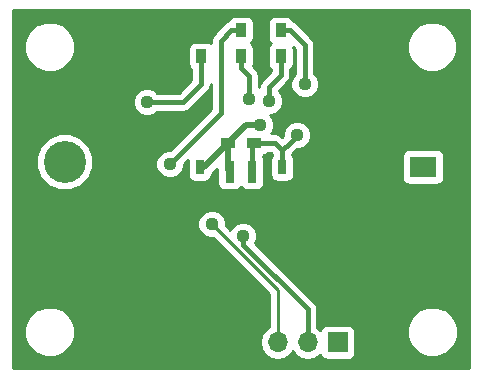
<source format=gbl>
G04 #@! TF.FileFunction,Copper,L2,Bot,Signal*
%FSLAX46Y46*%
G04 Gerber Fmt 4.6, Leading zero omitted, Abs format (unit mm)*
G04 Created by KiCad (PCBNEW 4.0.7) date 02/24/18 20:28:21*
%MOMM*%
%LPD*%
G01*
G04 APERTURE LIST*
%ADD10C,0.100000*%
%ADD11R,0.750000X1.200000*%
%ADD12R,0.900000X1.200000*%
%ADD13R,1.700000X1.700000*%
%ADD14O,1.700000X1.700000*%
%ADD15R,2.286000X1.778000*%
%ADD16C,3.556000*%
%ADD17R,1.200000X0.900000*%
%ADD18R,0.800000X1.900000*%
%ADD19C,1.117600*%
%ADD20C,0.508000*%
%ADD21C,0.254000*%
%ADD22C,0.381000*%
G04 APERTURE END LIST*
D10*
D11*
X156210000Y-121945400D03*
X156210000Y-123845400D03*
X163195000Y-121945400D03*
X163195000Y-123845400D03*
D12*
X156337000Y-110363000D03*
X156337000Y-112563000D03*
X159700000Y-110363000D03*
X159700000Y-112563000D03*
X163068000Y-110363000D03*
X163068000Y-112563000D03*
D13*
X167894000Y-136779000D03*
D14*
X165354000Y-136779000D03*
X162814000Y-136779000D03*
D15*
X175133000Y-124460000D03*
X175133000Y-121920000D03*
D16*
X144780000Y-126619000D03*
X144780000Y-121488200D03*
D17*
X158632800Y-119888000D03*
X160832800Y-119888000D03*
D18*
X158750000Y-122325000D03*
X160650000Y-122325000D03*
X159700000Y-125325000D03*
D19*
X161290000Y-118364000D03*
X153924000Y-124587000D03*
X157226000Y-126746000D03*
X159893000Y-127762000D03*
X164465000Y-119253000D03*
X151765000Y-116459000D03*
X153670000Y-121666000D03*
X160401000Y-116205000D03*
X165100000Y-114935000D03*
X162052000Y-116332000D03*
D20*
X156210000Y-121945400D02*
X156575400Y-121945400D01*
X156575400Y-121945400D02*
X158632800Y-119888000D01*
X158632800Y-119888000D02*
X158632800Y-122207800D01*
X158632800Y-122207800D02*
X158750000Y-122325000D01*
X161290000Y-118364000D02*
X160156800Y-118364000D01*
X160156800Y-118364000D02*
X158632800Y-119888000D01*
D21*
X157226000Y-126746000D02*
X162814000Y-132334000D01*
X162814000Y-132334000D02*
X162814000Y-136779000D01*
D22*
X159893000Y-128524000D02*
X165354000Y-133985000D01*
X165354000Y-133985000D02*
X165354000Y-136779000D01*
X159893000Y-127762000D02*
X159893000Y-128524000D01*
X163830000Y-119888000D02*
X164465000Y-119253000D01*
X163195000Y-120523000D02*
X163830000Y-119888000D01*
X163195000Y-121945400D02*
X163195000Y-120523000D01*
X163195000Y-120523000D02*
X162560000Y-119888000D01*
X162560000Y-119888000D02*
X160832800Y-119888000D01*
X160650000Y-122325000D02*
X160650000Y-120070800D01*
X160650000Y-120070800D02*
X160832800Y-119888000D01*
X156337000Y-112563000D02*
X156337000Y-114935000D01*
X156337000Y-114935000D02*
X154813000Y-116459000D01*
X151765000Y-116459000D02*
X154813000Y-116459000D01*
X159700000Y-110363000D02*
X158869000Y-110363000D01*
X158869000Y-110363000D02*
X157988000Y-111244000D01*
X157988000Y-111244000D02*
X157988000Y-117348000D01*
X153670000Y-121666000D02*
X157988000Y-117348000D01*
X160401000Y-114245000D02*
X160401000Y-116205000D01*
X159700000Y-112563000D02*
X159700000Y-113544000D01*
X159700000Y-113544000D02*
X160401000Y-114245000D01*
X163068000Y-110363000D02*
X163899000Y-110363000D01*
X163899000Y-110363000D02*
X165100000Y-111564000D01*
X165100000Y-111564000D02*
X165100000Y-114144738D01*
X165100000Y-114144738D02*
X165100000Y-114935000D01*
X162052000Y-115189000D02*
X163068000Y-114173000D01*
X163068000Y-114173000D02*
X163068000Y-112563000D01*
X162052000Y-116332000D02*
X162052000Y-115189000D01*
D21*
G36*
X178990000Y-138990000D02*
X140410000Y-138990000D01*
X140410000Y-136312815D01*
X141374630Y-136312815D01*
X141698980Y-137097800D01*
X142299041Y-137698909D01*
X143083459Y-138024628D01*
X143932815Y-138025370D01*
X144717800Y-137701020D01*
X145318909Y-137100959D01*
X145644628Y-136316541D01*
X145645370Y-135467185D01*
X145321020Y-134682200D01*
X144720959Y-134081091D01*
X143936541Y-133755372D01*
X143087185Y-133754630D01*
X142302200Y-134078980D01*
X141701091Y-134679041D01*
X141375372Y-135463459D01*
X141374630Y-136312815D01*
X140410000Y-136312815D01*
X140410000Y-126982420D01*
X156031993Y-126982420D01*
X156213355Y-127421350D01*
X156548884Y-127757464D01*
X156987497Y-127939592D01*
X157342272Y-127939902D01*
X162052000Y-132649631D01*
X162052000Y-135507382D01*
X161763946Y-135699853D01*
X161442039Y-136181622D01*
X161329000Y-136749907D01*
X161329000Y-136808093D01*
X161442039Y-137376378D01*
X161763946Y-137858147D01*
X162245715Y-138180054D01*
X162814000Y-138293093D01*
X163382285Y-138180054D01*
X163864054Y-137858147D01*
X164084000Y-137528974D01*
X164303946Y-137858147D01*
X164785715Y-138180054D01*
X165354000Y-138293093D01*
X165922285Y-138180054D01*
X166404054Y-137858147D01*
X166431850Y-137816548D01*
X166440838Y-137864317D01*
X166579910Y-138080441D01*
X166792110Y-138225431D01*
X167044000Y-138276440D01*
X168744000Y-138276440D01*
X168979317Y-138232162D01*
X169195441Y-138093090D01*
X169340431Y-137880890D01*
X169391440Y-137629000D01*
X169391440Y-136312815D01*
X173785030Y-136312815D01*
X174109380Y-137097800D01*
X174709441Y-137698909D01*
X175493859Y-138024628D01*
X176343215Y-138025370D01*
X177128200Y-137701020D01*
X177729309Y-137100959D01*
X178055028Y-136316541D01*
X178055770Y-135467185D01*
X177731420Y-134682200D01*
X177131359Y-134081091D01*
X176346941Y-133755372D01*
X175497585Y-133754630D01*
X174712600Y-134078980D01*
X174111491Y-134679041D01*
X173785772Y-135463459D01*
X173785030Y-136312815D01*
X169391440Y-136312815D01*
X169391440Y-135929000D01*
X169347162Y-135693683D01*
X169208090Y-135477559D01*
X168995890Y-135332569D01*
X168744000Y-135281560D01*
X167044000Y-135281560D01*
X166808683Y-135325838D01*
X166592559Y-135464910D01*
X166447569Y-135677110D01*
X166433914Y-135744541D01*
X166404054Y-135699853D01*
X166179500Y-135549811D01*
X166179500Y-133985000D01*
X166116663Y-133669094D01*
X166044987Y-133561824D01*
X165937717Y-133401283D01*
X165937714Y-133401281D01*
X160925321Y-128388887D01*
X161086592Y-128000503D01*
X161087007Y-127525580D01*
X160905645Y-127086650D01*
X160570116Y-126750536D01*
X160131503Y-126568408D01*
X159656580Y-126567993D01*
X159217650Y-126749355D01*
X158881536Y-127084884D01*
X158811406Y-127253776D01*
X158419699Y-126862069D01*
X158420007Y-126509580D01*
X158238645Y-126070650D01*
X157903116Y-125734536D01*
X157464503Y-125552408D01*
X156989580Y-125551993D01*
X156550650Y-125733355D01*
X156214536Y-126068884D01*
X156032408Y-126507497D01*
X156031993Y-126982420D01*
X140410000Y-126982420D01*
X140410000Y-121966070D01*
X142366583Y-121966070D01*
X142733166Y-122853269D01*
X143411361Y-123532649D01*
X144297919Y-123900780D01*
X145257870Y-123901617D01*
X146145069Y-123535034D01*
X146824449Y-122856839D01*
X147192580Y-121970281D01*
X147193417Y-121010330D01*
X146826834Y-120123131D01*
X146148639Y-119443751D01*
X145262081Y-119075620D01*
X144302130Y-119074783D01*
X143414931Y-119441366D01*
X142735551Y-120119561D01*
X142367420Y-121006119D01*
X142366583Y-121966070D01*
X140410000Y-121966070D01*
X140410000Y-116695420D01*
X150570993Y-116695420D01*
X150752355Y-117134350D01*
X151087884Y-117470464D01*
X151526497Y-117652592D01*
X152001420Y-117653007D01*
X152440350Y-117471645D01*
X152627821Y-117284500D01*
X154813000Y-117284500D01*
X155128906Y-117221663D01*
X155396717Y-117042717D01*
X156920714Y-115518719D01*
X156920717Y-115518717D01*
X157099663Y-115250905D01*
X157162500Y-114935000D01*
X157162500Y-117006066D01*
X153696343Y-120472223D01*
X153433580Y-120471993D01*
X152994650Y-120653355D01*
X152658536Y-120988884D01*
X152476408Y-121427497D01*
X152475993Y-121902420D01*
X152657355Y-122341350D01*
X152992884Y-122677464D01*
X153431497Y-122859592D01*
X153906420Y-122860007D01*
X154345350Y-122678645D01*
X154681464Y-122343116D01*
X154863592Y-121904503D01*
X154863823Y-121639611D01*
X155195057Y-121308377D01*
X155187560Y-121345400D01*
X155187560Y-122545400D01*
X155231838Y-122780717D01*
X155370910Y-122996841D01*
X155583110Y-123141831D01*
X155835000Y-123192840D01*
X156585000Y-123192840D01*
X156820317Y-123148562D01*
X157036441Y-123009490D01*
X157181431Y-122797290D01*
X157232390Y-122545646D01*
X157702560Y-122075476D01*
X157702560Y-123275000D01*
X157746838Y-123510317D01*
X157885910Y-123726441D01*
X158098110Y-123871431D01*
X158350000Y-123922440D01*
X159150000Y-123922440D01*
X159385317Y-123878162D01*
X159601441Y-123739090D01*
X159700633Y-123593917D01*
X159785910Y-123726441D01*
X159998110Y-123871431D01*
X160250000Y-123922440D01*
X161050000Y-123922440D01*
X161285317Y-123878162D01*
X161501441Y-123739090D01*
X161646431Y-123526890D01*
X161697440Y-123275000D01*
X161697440Y-121375000D01*
X161653162Y-121139683D01*
X161540829Y-120965113D01*
X161668117Y-120941162D01*
X161884241Y-120802090D01*
X161944772Y-120713500D01*
X162218066Y-120713500D01*
X162369500Y-120864933D01*
X162369500Y-120880704D01*
X162368559Y-120881310D01*
X162223569Y-121093510D01*
X162172560Y-121345400D01*
X162172560Y-122545400D01*
X162216838Y-122780717D01*
X162355910Y-122996841D01*
X162568110Y-123141831D01*
X162820000Y-123192840D01*
X163570000Y-123192840D01*
X163805317Y-123148562D01*
X164021441Y-123009490D01*
X164166431Y-122797290D01*
X164217440Y-122545400D01*
X164217440Y-121345400D01*
X164173162Y-121110083D01*
X164122274Y-121031000D01*
X173342560Y-121031000D01*
X173342560Y-122809000D01*
X173386838Y-123044317D01*
X173525910Y-123260441D01*
X173738110Y-123405431D01*
X173990000Y-123456440D01*
X176276000Y-123456440D01*
X176511317Y-123412162D01*
X176727441Y-123273090D01*
X176872431Y-123060890D01*
X176923440Y-122809000D01*
X176923440Y-121031000D01*
X176879162Y-120795683D01*
X176740090Y-120579559D01*
X176527890Y-120434569D01*
X176276000Y-120383560D01*
X173990000Y-120383560D01*
X173754683Y-120427838D01*
X173538559Y-120566910D01*
X173393569Y-120779110D01*
X173342560Y-121031000D01*
X164122274Y-121031000D01*
X164034090Y-120893959D01*
X164020500Y-120884673D01*
X164020500Y-120864934D01*
X164413714Y-120471719D01*
X164413717Y-120471717D01*
X164438657Y-120446777D01*
X164701420Y-120447007D01*
X165140350Y-120265645D01*
X165476464Y-119930116D01*
X165658592Y-119491503D01*
X165659007Y-119016580D01*
X165477645Y-118577650D01*
X165142116Y-118241536D01*
X164703503Y-118059408D01*
X164228580Y-118058993D01*
X163789650Y-118240355D01*
X163453536Y-118575884D01*
X163271408Y-119014497D01*
X163271177Y-119279390D01*
X163246283Y-119304283D01*
X163246281Y-119304286D01*
X163195000Y-119355566D01*
X163143717Y-119304283D01*
X162875906Y-119125337D01*
X162560000Y-119062500D01*
X162280043Y-119062500D01*
X162301464Y-119041116D01*
X162483592Y-118602503D01*
X162484007Y-118127580D01*
X162302645Y-117688650D01*
X162140156Y-117525877D01*
X162288420Y-117526007D01*
X162727350Y-117344645D01*
X163063464Y-117009116D01*
X163245592Y-116570503D01*
X163246007Y-116095580D01*
X163064645Y-115656650D01*
X162908351Y-115500083D01*
X163651717Y-114756717D01*
X163830663Y-114488906D01*
X163893501Y-114173000D01*
X163893500Y-114172995D01*
X163893500Y-113675957D01*
X163969441Y-113627090D01*
X164114431Y-113414890D01*
X164165440Y-113163000D01*
X164165440Y-111963000D01*
X164126936Y-111758369D01*
X164274500Y-111905933D01*
X164274500Y-114072244D01*
X164088536Y-114257884D01*
X163906408Y-114696497D01*
X163905993Y-115171420D01*
X164087355Y-115610350D01*
X164422884Y-115946464D01*
X164861497Y-116128592D01*
X165336420Y-116129007D01*
X165775350Y-115947645D01*
X166111464Y-115612116D01*
X166293592Y-115173503D01*
X166294007Y-114698580D01*
X166112645Y-114259650D01*
X165925500Y-114072179D01*
X165925500Y-112182815D01*
X173759630Y-112182815D01*
X174083980Y-112967800D01*
X174684041Y-113568909D01*
X175468459Y-113894628D01*
X176317815Y-113895370D01*
X177102800Y-113571020D01*
X177703909Y-112970959D01*
X178029628Y-112186541D01*
X178030370Y-111337185D01*
X177706020Y-110552200D01*
X177105959Y-109951091D01*
X176321541Y-109625372D01*
X175472185Y-109624630D01*
X174687200Y-109948980D01*
X174086091Y-110549041D01*
X173760372Y-111333459D01*
X173759630Y-112182815D01*
X165925500Y-112182815D01*
X165925500Y-111564000D01*
X165862663Y-111248095D01*
X165683717Y-110980283D01*
X165683714Y-110980281D01*
X164482717Y-109779283D01*
X164214906Y-109600337D01*
X164131719Y-109583790D01*
X164121162Y-109527683D01*
X163982090Y-109311559D01*
X163769890Y-109166569D01*
X163518000Y-109115560D01*
X162618000Y-109115560D01*
X162382683Y-109159838D01*
X162166559Y-109298910D01*
X162021569Y-109511110D01*
X161970560Y-109763000D01*
X161970560Y-110963000D01*
X162014838Y-111198317D01*
X162153910Y-111414441D01*
X162223711Y-111462134D01*
X162166559Y-111498910D01*
X162021569Y-111711110D01*
X161970560Y-111963000D01*
X161970560Y-113163000D01*
X162014838Y-113398317D01*
X162153910Y-113614441D01*
X162242500Y-113674972D01*
X162242500Y-113831066D01*
X161468283Y-114605283D01*
X161289337Y-114873094D01*
X161261825Y-115011408D01*
X161226500Y-115189000D01*
X161226500Y-114245005D01*
X161226501Y-114245000D01*
X161163663Y-113929095D01*
X161117432Y-113859905D01*
X160984717Y-113661283D01*
X160984714Y-113661281D01*
X160743140Y-113419707D01*
X160746431Y-113414890D01*
X160797440Y-113163000D01*
X160797440Y-111963000D01*
X160753162Y-111727683D01*
X160614090Y-111511559D01*
X160544289Y-111463866D01*
X160601441Y-111427090D01*
X160746431Y-111214890D01*
X160797440Y-110963000D01*
X160797440Y-109763000D01*
X160753162Y-109527683D01*
X160614090Y-109311559D01*
X160401890Y-109166569D01*
X160150000Y-109115560D01*
X159250000Y-109115560D01*
X159014683Y-109159838D01*
X158798559Y-109298910D01*
X158653569Y-109511110D01*
X158638959Y-109583258D01*
X158553094Y-109600337D01*
X158285283Y-109779283D01*
X157404283Y-110660283D01*
X157225337Y-110928094D01*
X157173540Y-111188500D01*
X157162500Y-111244000D01*
X157162500Y-111451028D01*
X157038890Y-111366569D01*
X156787000Y-111315560D01*
X155887000Y-111315560D01*
X155651683Y-111359838D01*
X155435559Y-111498910D01*
X155290569Y-111711110D01*
X155239560Y-111963000D01*
X155239560Y-113163000D01*
X155283838Y-113398317D01*
X155422910Y-113614441D01*
X155511500Y-113674972D01*
X155511500Y-114593067D01*
X154471066Y-115633500D01*
X152627756Y-115633500D01*
X152442116Y-115447536D01*
X152003503Y-115265408D01*
X151528580Y-115264993D01*
X151089650Y-115446355D01*
X150753536Y-115781884D01*
X150571408Y-116220497D01*
X150570993Y-116695420D01*
X140410000Y-116695420D01*
X140410000Y-112182815D01*
X141374630Y-112182815D01*
X141698980Y-112967800D01*
X142299041Y-113568909D01*
X143083459Y-113894628D01*
X143932815Y-113895370D01*
X144717800Y-113571020D01*
X145318909Y-112970959D01*
X145644628Y-112186541D01*
X145645370Y-111337185D01*
X145321020Y-110552200D01*
X144720959Y-109951091D01*
X143936541Y-109625372D01*
X143087185Y-109624630D01*
X142302200Y-109948980D01*
X141701091Y-110549041D01*
X141375372Y-111333459D01*
X141374630Y-112182815D01*
X140410000Y-112182815D01*
X140410000Y-108660000D01*
X178990000Y-108660000D01*
X178990000Y-138990000D01*
X178990000Y-138990000D01*
G37*
X178990000Y-138990000D02*
X140410000Y-138990000D01*
X140410000Y-136312815D01*
X141374630Y-136312815D01*
X141698980Y-137097800D01*
X142299041Y-137698909D01*
X143083459Y-138024628D01*
X143932815Y-138025370D01*
X144717800Y-137701020D01*
X145318909Y-137100959D01*
X145644628Y-136316541D01*
X145645370Y-135467185D01*
X145321020Y-134682200D01*
X144720959Y-134081091D01*
X143936541Y-133755372D01*
X143087185Y-133754630D01*
X142302200Y-134078980D01*
X141701091Y-134679041D01*
X141375372Y-135463459D01*
X141374630Y-136312815D01*
X140410000Y-136312815D01*
X140410000Y-126982420D01*
X156031993Y-126982420D01*
X156213355Y-127421350D01*
X156548884Y-127757464D01*
X156987497Y-127939592D01*
X157342272Y-127939902D01*
X162052000Y-132649631D01*
X162052000Y-135507382D01*
X161763946Y-135699853D01*
X161442039Y-136181622D01*
X161329000Y-136749907D01*
X161329000Y-136808093D01*
X161442039Y-137376378D01*
X161763946Y-137858147D01*
X162245715Y-138180054D01*
X162814000Y-138293093D01*
X163382285Y-138180054D01*
X163864054Y-137858147D01*
X164084000Y-137528974D01*
X164303946Y-137858147D01*
X164785715Y-138180054D01*
X165354000Y-138293093D01*
X165922285Y-138180054D01*
X166404054Y-137858147D01*
X166431850Y-137816548D01*
X166440838Y-137864317D01*
X166579910Y-138080441D01*
X166792110Y-138225431D01*
X167044000Y-138276440D01*
X168744000Y-138276440D01*
X168979317Y-138232162D01*
X169195441Y-138093090D01*
X169340431Y-137880890D01*
X169391440Y-137629000D01*
X169391440Y-136312815D01*
X173785030Y-136312815D01*
X174109380Y-137097800D01*
X174709441Y-137698909D01*
X175493859Y-138024628D01*
X176343215Y-138025370D01*
X177128200Y-137701020D01*
X177729309Y-137100959D01*
X178055028Y-136316541D01*
X178055770Y-135467185D01*
X177731420Y-134682200D01*
X177131359Y-134081091D01*
X176346941Y-133755372D01*
X175497585Y-133754630D01*
X174712600Y-134078980D01*
X174111491Y-134679041D01*
X173785772Y-135463459D01*
X173785030Y-136312815D01*
X169391440Y-136312815D01*
X169391440Y-135929000D01*
X169347162Y-135693683D01*
X169208090Y-135477559D01*
X168995890Y-135332569D01*
X168744000Y-135281560D01*
X167044000Y-135281560D01*
X166808683Y-135325838D01*
X166592559Y-135464910D01*
X166447569Y-135677110D01*
X166433914Y-135744541D01*
X166404054Y-135699853D01*
X166179500Y-135549811D01*
X166179500Y-133985000D01*
X166116663Y-133669094D01*
X166044987Y-133561824D01*
X165937717Y-133401283D01*
X165937714Y-133401281D01*
X160925321Y-128388887D01*
X161086592Y-128000503D01*
X161087007Y-127525580D01*
X160905645Y-127086650D01*
X160570116Y-126750536D01*
X160131503Y-126568408D01*
X159656580Y-126567993D01*
X159217650Y-126749355D01*
X158881536Y-127084884D01*
X158811406Y-127253776D01*
X158419699Y-126862069D01*
X158420007Y-126509580D01*
X158238645Y-126070650D01*
X157903116Y-125734536D01*
X157464503Y-125552408D01*
X156989580Y-125551993D01*
X156550650Y-125733355D01*
X156214536Y-126068884D01*
X156032408Y-126507497D01*
X156031993Y-126982420D01*
X140410000Y-126982420D01*
X140410000Y-121966070D01*
X142366583Y-121966070D01*
X142733166Y-122853269D01*
X143411361Y-123532649D01*
X144297919Y-123900780D01*
X145257870Y-123901617D01*
X146145069Y-123535034D01*
X146824449Y-122856839D01*
X147192580Y-121970281D01*
X147193417Y-121010330D01*
X146826834Y-120123131D01*
X146148639Y-119443751D01*
X145262081Y-119075620D01*
X144302130Y-119074783D01*
X143414931Y-119441366D01*
X142735551Y-120119561D01*
X142367420Y-121006119D01*
X142366583Y-121966070D01*
X140410000Y-121966070D01*
X140410000Y-116695420D01*
X150570993Y-116695420D01*
X150752355Y-117134350D01*
X151087884Y-117470464D01*
X151526497Y-117652592D01*
X152001420Y-117653007D01*
X152440350Y-117471645D01*
X152627821Y-117284500D01*
X154813000Y-117284500D01*
X155128906Y-117221663D01*
X155396717Y-117042717D01*
X156920714Y-115518719D01*
X156920717Y-115518717D01*
X157099663Y-115250905D01*
X157162500Y-114935000D01*
X157162500Y-117006066D01*
X153696343Y-120472223D01*
X153433580Y-120471993D01*
X152994650Y-120653355D01*
X152658536Y-120988884D01*
X152476408Y-121427497D01*
X152475993Y-121902420D01*
X152657355Y-122341350D01*
X152992884Y-122677464D01*
X153431497Y-122859592D01*
X153906420Y-122860007D01*
X154345350Y-122678645D01*
X154681464Y-122343116D01*
X154863592Y-121904503D01*
X154863823Y-121639611D01*
X155195057Y-121308377D01*
X155187560Y-121345400D01*
X155187560Y-122545400D01*
X155231838Y-122780717D01*
X155370910Y-122996841D01*
X155583110Y-123141831D01*
X155835000Y-123192840D01*
X156585000Y-123192840D01*
X156820317Y-123148562D01*
X157036441Y-123009490D01*
X157181431Y-122797290D01*
X157232390Y-122545646D01*
X157702560Y-122075476D01*
X157702560Y-123275000D01*
X157746838Y-123510317D01*
X157885910Y-123726441D01*
X158098110Y-123871431D01*
X158350000Y-123922440D01*
X159150000Y-123922440D01*
X159385317Y-123878162D01*
X159601441Y-123739090D01*
X159700633Y-123593917D01*
X159785910Y-123726441D01*
X159998110Y-123871431D01*
X160250000Y-123922440D01*
X161050000Y-123922440D01*
X161285317Y-123878162D01*
X161501441Y-123739090D01*
X161646431Y-123526890D01*
X161697440Y-123275000D01*
X161697440Y-121375000D01*
X161653162Y-121139683D01*
X161540829Y-120965113D01*
X161668117Y-120941162D01*
X161884241Y-120802090D01*
X161944772Y-120713500D01*
X162218066Y-120713500D01*
X162369500Y-120864933D01*
X162369500Y-120880704D01*
X162368559Y-120881310D01*
X162223569Y-121093510D01*
X162172560Y-121345400D01*
X162172560Y-122545400D01*
X162216838Y-122780717D01*
X162355910Y-122996841D01*
X162568110Y-123141831D01*
X162820000Y-123192840D01*
X163570000Y-123192840D01*
X163805317Y-123148562D01*
X164021441Y-123009490D01*
X164166431Y-122797290D01*
X164217440Y-122545400D01*
X164217440Y-121345400D01*
X164173162Y-121110083D01*
X164122274Y-121031000D01*
X173342560Y-121031000D01*
X173342560Y-122809000D01*
X173386838Y-123044317D01*
X173525910Y-123260441D01*
X173738110Y-123405431D01*
X173990000Y-123456440D01*
X176276000Y-123456440D01*
X176511317Y-123412162D01*
X176727441Y-123273090D01*
X176872431Y-123060890D01*
X176923440Y-122809000D01*
X176923440Y-121031000D01*
X176879162Y-120795683D01*
X176740090Y-120579559D01*
X176527890Y-120434569D01*
X176276000Y-120383560D01*
X173990000Y-120383560D01*
X173754683Y-120427838D01*
X173538559Y-120566910D01*
X173393569Y-120779110D01*
X173342560Y-121031000D01*
X164122274Y-121031000D01*
X164034090Y-120893959D01*
X164020500Y-120884673D01*
X164020500Y-120864934D01*
X164413714Y-120471719D01*
X164413717Y-120471717D01*
X164438657Y-120446777D01*
X164701420Y-120447007D01*
X165140350Y-120265645D01*
X165476464Y-119930116D01*
X165658592Y-119491503D01*
X165659007Y-119016580D01*
X165477645Y-118577650D01*
X165142116Y-118241536D01*
X164703503Y-118059408D01*
X164228580Y-118058993D01*
X163789650Y-118240355D01*
X163453536Y-118575884D01*
X163271408Y-119014497D01*
X163271177Y-119279390D01*
X163246283Y-119304283D01*
X163246281Y-119304286D01*
X163195000Y-119355566D01*
X163143717Y-119304283D01*
X162875906Y-119125337D01*
X162560000Y-119062500D01*
X162280043Y-119062500D01*
X162301464Y-119041116D01*
X162483592Y-118602503D01*
X162484007Y-118127580D01*
X162302645Y-117688650D01*
X162140156Y-117525877D01*
X162288420Y-117526007D01*
X162727350Y-117344645D01*
X163063464Y-117009116D01*
X163245592Y-116570503D01*
X163246007Y-116095580D01*
X163064645Y-115656650D01*
X162908351Y-115500083D01*
X163651717Y-114756717D01*
X163830663Y-114488906D01*
X163893501Y-114173000D01*
X163893500Y-114172995D01*
X163893500Y-113675957D01*
X163969441Y-113627090D01*
X164114431Y-113414890D01*
X164165440Y-113163000D01*
X164165440Y-111963000D01*
X164126936Y-111758369D01*
X164274500Y-111905933D01*
X164274500Y-114072244D01*
X164088536Y-114257884D01*
X163906408Y-114696497D01*
X163905993Y-115171420D01*
X164087355Y-115610350D01*
X164422884Y-115946464D01*
X164861497Y-116128592D01*
X165336420Y-116129007D01*
X165775350Y-115947645D01*
X166111464Y-115612116D01*
X166293592Y-115173503D01*
X166294007Y-114698580D01*
X166112645Y-114259650D01*
X165925500Y-114072179D01*
X165925500Y-112182815D01*
X173759630Y-112182815D01*
X174083980Y-112967800D01*
X174684041Y-113568909D01*
X175468459Y-113894628D01*
X176317815Y-113895370D01*
X177102800Y-113571020D01*
X177703909Y-112970959D01*
X178029628Y-112186541D01*
X178030370Y-111337185D01*
X177706020Y-110552200D01*
X177105959Y-109951091D01*
X176321541Y-109625372D01*
X175472185Y-109624630D01*
X174687200Y-109948980D01*
X174086091Y-110549041D01*
X173760372Y-111333459D01*
X173759630Y-112182815D01*
X165925500Y-112182815D01*
X165925500Y-111564000D01*
X165862663Y-111248095D01*
X165683717Y-110980283D01*
X165683714Y-110980281D01*
X164482717Y-109779283D01*
X164214906Y-109600337D01*
X164131719Y-109583790D01*
X164121162Y-109527683D01*
X163982090Y-109311559D01*
X163769890Y-109166569D01*
X163518000Y-109115560D01*
X162618000Y-109115560D01*
X162382683Y-109159838D01*
X162166559Y-109298910D01*
X162021569Y-109511110D01*
X161970560Y-109763000D01*
X161970560Y-110963000D01*
X162014838Y-111198317D01*
X162153910Y-111414441D01*
X162223711Y-111462134D01*
X162166559Y-111498910D01*
X162021569Y-111711110D01*
X161970560Y-111963000D01*
X161970560Y-113163000D01*
X162014838Y-113398317D01*
X162153910Y-113614441D01*
X162242500Y-113674972D01*
X162242500Y-113831066D01*
X161468283Y-114605283D01*
X161289337Y-114873094D01*
X161261825Y-115011408D01*
X161226500Y-115189000D01*
X161226500Y-114245005D01*
X161226501Y-114245000D01*
X161163663Y-113929095D01*
X161117432Y-113859905D01*
X160984717Y-113661283D01*
X160984714Y-113661281D01*
X160743140Y-113419707D01*
X160746431Y-113414890D01*
X160797440Y-113163000D01*
X160797440Y-111963000D01*
X160753162Y-111727683D01*
X160614090Y-111511559D01*
X160544289Y-111463866D01*
X160601441Y-111427090D01*
X160746431Y-111214890D01*
X160797440Y-110963000D01*
X160797440Y-109763000D01*
X160753162Y-109527683D01*
X160614090Y-109311559D01*
X160401890Y-109166569D01*
X160150000Y-109115560D01*
X159250000Y-109115560D01*
X159014683Y-109159838D01*
X158798559Y-109298910D01*
X158653569Y-109511110D01*
X158638959Y-109583258D01*
X158553094Y-109600337D01*
X158285283Y-109779283D01*
X157404283Y-110660283D01*
X157225337Y-110928094D01*
X157173540Y-111188500D01*
X157162500Y-111244000D01*
X157162500Y-111451028D01*
X157038890Y-111366569D01*
X156787000Y-111315560D01*
X155887000Y-111315560D01*
X155651683Y-111359838D01*
X155435559Y-111498910D01*
X155290569Y-111711110D01*
X155239560Y-111963000D01*
X155239560Y-113163000D01*
X155283838Y-113398317D01*
X155422910Y-113614441D01*
X155511500Y-113674972D01*
X155511500Y-114593067D01*
X154471066Y-115633500D01*
X152627756Y-115633500D01*
X152442116Y-115447536D01*
X152003503Y-115265408D01*
X151528580Y-115264993D01*
X151089650Y-115446355D01*
X150753536Y-115781884D01*
X150571408Y-116220497D01*
X150570993Y-116695420D01*
X140410000Y-116695420D01*
X140410000Y-112182815D01*
X141374630Y-112182815D01*
X141698980Y-112967800D01*
X142299041Y-113568909D01*
X143083459Y-113894628D01*
X143932815Y-113895370D01*
X144717800Y-113571020D01*
X145318909Y-112970959D01*
X145644628Y-112186541D01*
X145645370Y-111337185D01*
X145321020Y-110552200D01*
X144720959Y-109951091D01*
X143936541Y-109625372D01*
X143087185Y-109624630D01*
X142302200Y-109948980D01*
X141701091Y-110549041D01*
X141375372Y-111333459D01*
X141374630Y-112182815D01*
X140410000Y-112182815D01*
X140410000Y-108660000D01*
X178990000Y-108660000D01*
X178990000Y-138990000D01*
M02*

</source>
